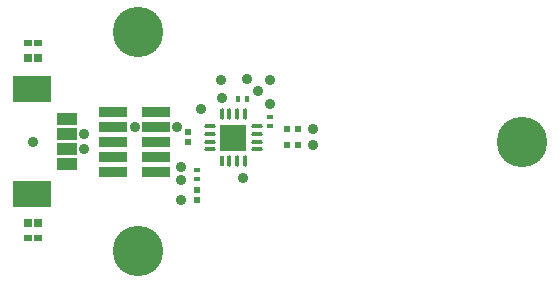
<source format=gts>
G04*
G04 #@! TF.GenerationSoftware,Altium Limited,Altium Designer,24.1.2 (44)*
G04*
G04 Layer_Color=8388736*
%FSLAX44Y44*%
%MOMM*%
G71*
G04*
G04 #@! TF.SameCoordinates,47630513-E096-4814-B05C-B46C922ECB9E*
G04*
G04*
G04 #@! TF.FilePolarity,Negative*
G04*
G01*
G75*
%ADD13R,0.4725X0.4682*%
%ADD16R,0.5000X0.4000*%
%ADD17R,0.4000X0.5000*%
G04:AMPARAMS|DCode=18|XSize=0.4mm|YSize=0.95mm|CornerRadius=0.2mm|HoleSize=0mm|Usage=FLASHONLY|Rotation=90.000|XOffset=0mm|YOffset=0mm|HoleType=Round|Shape=RoundedRectangle|*
%AMROUNDEDRECTD18*
21,1,0.4000,0.5500,0,0,90.0*
21,1,0.0000,0.9500,0,0,90.0*
1,1,0.4000,0.2750,0.0000*
1,1,0.4000,0.2750,0.0000*
1,1,0.4000,-0.2750,0.0000*
1,1,0.4000,-0.2750,0.0000*
%
%ADD18ROUNDEDRECTD18*%
G04:AMPARAMS|DCode=19|XSize=0.95mm|YSize=0.4mm|CornerRadius=0.2mm|HoleSize=0mm|Usage=FLASHONLY|Rotation=90.000|XOffset=0mm|YOffset=0mm|HoleType=Round|Shape=RoundedRectangle|*
%AMROUNDEDRECTD19*
21,1,0.9500,0.0000,0,0,90.0*
21,1,0.5500,0.4000,0,0,90.0*
1,1,0.4000,0.0000,0.2750*
1,1,0.4000,0.0000,-0.2750*
1,1,0.4000,0.0000,-0.2750*
1,1,0.4000,0.0000,0.2750*
%
%ADD19ROUNDEDRECTD19*%
%ADD20R,0.5682X0.5725*%
%ADD21R,0.7000X0.5000*%
%ADD24R,2.3000X2.3000*%
%ADD25R,0.4000X0.9500*%
%ADD26R,1.8032X1.0032*%
%ADD27R,3.2032X2.3032*%
%ADD28R,0.7532X0.7532*%
%ADD29R,2.3532X0.8532*%
%ADD30C,4.2672*%
%ADD31C,0.9144*%
D13*
X169164Y78190D02*
D03*
Y70146D02*
D03*
X162052Y127465D02*
D03*
Y119423D02*
D03*
D16*
X231140Y132144D02*
D03*
Y140144D02*
D03*
X169164Y87440D02*
D03*
Y95440D02*
D03*
D17*
X203772Y155568D02*
D03*
X211772D02*
D03*
D18*
X219902Y132298D02*
D03*
X180402Y112798D02*
D03*
Y119298D02*
D03*
Y125798D02*
D03*
Y132298D02*
D03*
X219902Y125798D02*
D03*
Y119298D02*
D03*
Y112798D02*
D03*
D19*
X209902Y142298D02*
D03*
X190402D02*
D03*
X196902D02*
D03*
X203402D02*
D03*
X209902Y102798D02*
D03*
X203402D02*
D03*
X196902D02*
D03*
D20*
X254965Y116332D02*
D03*
X245923D02*
D03*
X254965Y130048D02*
D03*
X245923D02*
D03*
D21*
X25980Y38100D02*
D03*
X34980D02*
D03*
X25980Y203200D02*
D03*
X34980D02*
D03*
D24*
X200152Y122548D02*
D03*
D25*
X190402Y102798D02*
D03*
D26*
X58950Y138130D02*
D03*
Y125630D02*
D03*
Y113130D02*
D03*
Y100630D02*
D03*
D27*
X29950Y163630D02*
D03*
Y75130D02*
D03*
D28*
X25980Y50800D02*
D03*
X34980D02*
D03*
X25980Y190500D02*
D03*
X34980D02*
D03*
D29*
X98590Y93980D02*
D03*
X135090D02*
D03*
X98590Y106680D02*
D03*
X135090D02*
D03*
X98590Y119380D02*
D03*
X135090D02*
D03*
X98590Y132080D02*
D03*
X135090D02*
D03*
X98590Y144780D02*
D03*
X135090D02*
D03*
D30*
X119380Y26670D02*
D03*
Y212090D02*
D03*
X444500Y119380D02*
D03*
D31*
X221488Y162052D02*
D03*
X231648Y171704D02*
D03*
X211836Y172212D02*
D03*
X155956Y98044D02*
D03*
X189992Y171704D02*
D03*
X155956Y70104D02*
D03*
Y86868D02*
D03*
X152908Y132080D02*
D03*
X208788Y88392D02*
D03*
X172720Y146812D02*
D03*
X267716Y116332D02*
D03*
X267533Y129937D02*
D03*
X73660Y113284D02*
D03*
Y125476D02*
D03*
X30988Y119380D02*
D03*
X190505Y155938D02*
D03*
X231140Y151384D02*
D03*
X200152Y122548D02*
D03*
X116840Y132080D02*
D03*
M02*

</source>
